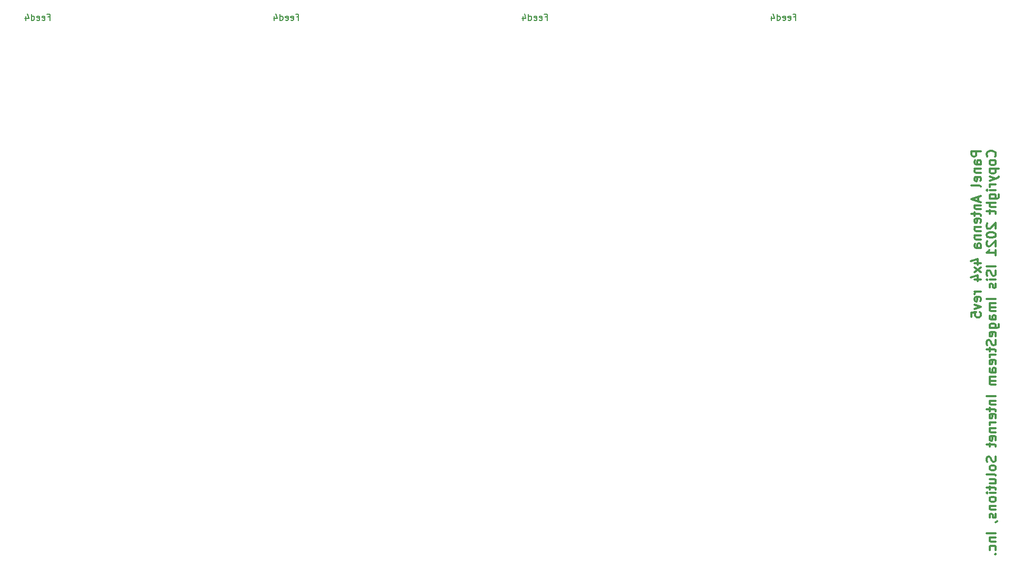
<source format=gbr>
G04 #@! TF.GenerationSoftware,KiCad,Pcbnew,5.99.0-unknown-64afa3a42e~128~ubuntu20.04.1*
G04 #@! TF.CreationDate,2021-05-28T16:02:49-05:00*
G04 #@! TF.ProjectId,Feeds,46656564-732e-46b6-9963-61645f706362,rev?*
G04 #@! TF.SameCoordinates,Original*
G04 #@! TF.FileFunction,Legend,Bot*
G04 #@! TF.FilePolarity,Positive*
%FSLAX46Y46*%
G04 Gerber Fmt 4.6, Leading zero omitted, Abs format (unit mm)*
G04 Created by KiCad (PCBNEW 5.99.0-unknown-64afa3a42e~128~ubuntu20.04.1) date 2021-05-28 16:02:49*
%MOMM*%
%LPD*%
G01*
G04 APERTURE LIST*
%ADD10C,0.300000*%
%ADD11C,0.150000*%
G04 APERTURE END LIST*
D10*
X179455471Y-137915342D02*
X177955471Y-137915342D01*
X177955471Y-138486771D01*
X178026900Y-138629628D01*
X178098328Y-138701057D01*
X178241185Y-138772485D01*
X178455471Y-138772485D01*
X178598328Y-138701057D01*
X178669757Y-138629628D01*
X178741185Y-138486771D01*
X178741185Y-137915342D01*
X179455471Y-140058200D02*
X178669757Y-140058200D01*
X178526900Y-139986771D01*
X178455471Y-139843914D01*
X178455471Y-139558200D01*
X178526900Y-139415342D01*
X179384042Y-140058200D02*
X179455471Y-139915342D01*
X179455471Y-139558200D01*
X179384042Y-139415342D01*
X179241185Y-139343914D01*
X179098328Y-139343914D01*
X178955471Y-139415342D01*
X178884042Y-139558200D01*
X178884042Y-139915342D01*
X178812614Y-140058200D01*
X178455471Y-140772485D02*
X179455471Y-140772485D01*
X178598328Y-140772485D02*
X178526900Y-140843914D01*
X178455471Y-140986771D01*
X178455471Y-141201057D01*
X178526900Y-141343914D01*
X178669757Y-141415342D01*
X179455471Y-141415342D01*
X179384042Y-142701057D02*
X179455471Y-142558200D01*
X179455471Y-142272485D01*
X179384042Y-142129628D01*
X179241185Y-142058200D01*
X178669757Y-142058200D01*
X178526900Y-142129628D01*
X178455471Y-142272485D01*
X178455471Y-142558200D01*
X178526900Y-142701057D01*
X178669757Y-142772485D01*
X178812614Y-142772485D01*
X178955471Y-142058200D01*
X179455471Y-143629628D02*
X179384042Y-143486771D01*
X179241185Y-143415342D01*
X177955471Y-143415342D01*
X179026900Y-145272485D02*
X179026900Y-145986771D01*
X179455471Y-145129628D02*
X177955471Y-145629628D01*
X179455471Y-146129628D01*
X178455471Y-146629628D02*
X179455471Y-146629628D01*
X178598328Y-146629628D02*
X178526900Y-146701057D01*
X178455471Y-146843914D01*
X178455471Y-147058200D01*
X178526900Y-147201057D01*
X178669757Y-147272485D01*
X179455471Y-147272485D01*
X178455471Y-147772485D02*
X178455471Y-148343914D01*
X177955471Y-147986771D02*
X179241185Y-147986771D01*
X179384042Y-148058200D01*
X179455471Y-148201057D01*
X179455471Y-148343914D01*
X179384042Y-149415342D02*
X179455471Y-149272485D01*
X179455471Y-148986771D01*
X179384042Y-148843914D01*
X179241185Y-148772485D01*
X178669757Y-148772485D01*
X178526900Y-148843914D01*
X178455471Y-148986771D01*
X178455471Y-149272485D01*
X178526900Y-149415342D01*
X178669757Y-149486771D01*
X178812614Y-149486771D01*
X178955471Y-148772485D01*
X178455471Y-150129628D02*
X179455471Y-150129628D01*
X178598328Y-150129628D02*
X178526900Y-150201057D01*
X178455471Y-150343914D01*
X178455471Y-150558200D01*
X178526900Y-150701057D01*
X178669757Y-150772485D01*
X179455471Y-150772485D01*
X178455471Y-151486771D02*
X179455471Y-151486771D01*
X178598328Y-151486771D02*
X178526900Y-151558200D01*
X178455471Y-151701057D01*
X178455471Y-151915342D01*
X178526900Y-152058200D01*
X178669757Y-152129628D01*
X179455471Y-152129628D01*
X179455471Y-153486771D02*
X178669757Y-153486771D01*
X178526900Y-153415342D01*
X178455471Y-153272485D01*
X178455471Y-152986771D01*
X178526900Y-152843914D01*
X179384042Y-153486771D02*
X179455471Y-153343914D01*
X179455471Y-152986771D01*
X179384042Y-152843914D01*
X179241185Y-152772485D01*
X179098328Y-152772485D01*
X178955471Y-152843914D01*
X178884042Y-152986771D01*
X178884042Y-153343914D01*
X178812614Y-153486771D01*
X178455471Y-155986771D02*
X179455471Y-155986771D01*
X177884042Y-155629628D02*
X178955471Y-155272485D01*
X178955471Y-156201057D01*
X179455471Y-156629628D02*
X178455471Y-157415342D01*
X178455471Y-156629628D02*
X179455471Y-157415342D01*
X178455471Y-158629628D02*
X179455471Y-158629628D01*
X177884042Y-158272485D02*
X178955471Y-157915342D01*
X178955471Y-158843914D01*
X179455471Y-160558200D02*
X178455471Y-160558200D01*
X178741185Y-160558200D02*
X178598328Y-160629628D01*
X178526900Y-160701057D01*
X178455471Y-160843914D01*
X178455471Y-160986771D01*
X179384042Y-162058200D02*
X179455471Y-161915342D01*
X179455471Y-161629628D01*
X179384042Y-161486771D01*
X179241185Y-161415342D01*
X178669757Y-161415342D01*
X178526900Y-161486771D01*
X178455471Y-161629628D01*
X178455471Y-161915342D01*
X178526900Y-162058200D01*
X178669757Y-162129628D01*
X178812614Y-162129628D01*
X178955471Y-161415342D01*
X178455471Y-162629628D02*
X179455471Y-162986771D01*
X178455471Y-163343914D01*
X177955471Y-164629628D02*
X177955471Y-163915342D01*
X178669757Y-163843914D01*
X178598328Y-163915342D01*
X178526900Y-164058200D01*
X178526900Y-164415342D01*
X178598328Y-164558200D01*
X178669757Y-164629628D01*
X178812614Y-164701057D01*
X179169757Y-164701057D01*
X179312614Y-164629628D01*
X179384042Y-164558200D01*
X179455471Y-164415342D01*
X179455471Y-164058200D01*
X179384042Y-163915342D01*
X179312614Y-163843914D01*
X181727614Y-138772485D02*
X181799042Y-138701057D01*
X181870471Y-138486771D01*
X181870471Y-138343914D01*
X181799042Y-138129628D01*
X181656185Y-137986771D01*
X181513328Y-137915342D01*
X181227614Y-137843914D01*
X181013328Y-137843914D01*
X180727614Y-137915342D01*
X180584757Y-137986771D01*
X180441900Y-138129628D01*
X180370471Y-138343914D01*
X180370471Y-138486771D01*
X180441900Y-138701057D01*
X180513328Y-138772485D01*
X181870471Y-139629628D02*
X181799042Y-139486771D01*
X181727614Y-139415342D01*
X181584757Y-139343914D01*
X181156185Y-139343914D01*
X181013328Y-139415342D01*
X180941900Y-139486771D01*
X180870471Y-139629628D01*
X180870471Y-139843914D01*
X180941900Y-139986771D01*
X181013328Y-140058200D01*
X181156185Y-140129628D01*
X181584757Y-140129628D01*
X181727614Y-140058200D01*
X181799042Y-139986771D01*
X181870471Y-139843914D01*
X181870471Y-139629628D01*
X180870471Y-140772485D02*
X182370471Y-140772485D01*
X180941900Y-140772485D02*
X180870471Y-140915342D01*
X180870471Y-141201057D01*
X180941900Y-141343914D01*
X181013328Y-141415342D01*
X181156185Y-141486771D01*
X181584757Y-141486771D01*
X181727614Y-141415342D01*
X181799042Y-141343914D01*
X181870471Y-141201057D01*
X181870471Y-140915342D01*
X181799042Y-140772485D01*
X180870471Y-141986771D02*
X181870471Y-142343914D01*
X180870471Y-142701057D02*
X181870471Y-142343914D01*
X182227614Y-142201057D01*
X182299042Y-142129628D01*
X182370471Y-141986771D01*
X181870471Y-143272485D02*
X180870471Y-143272485D01*
X181156185Y-143272485D02*
X181013328Y-143343914D01*
X180941900Y-143415342D01*
X180870471Y-143558200D01*
X180870471Y-143701057D01*
X181870471Y-144201057D02*
X180870471Y-144201057D01*
X180370471Y-144201057D02*
X180441900Y-144129628D01*
X180513328Y-144201057D01*
X180441900Y-144272485D01*
X180370471Y-144201057D01*
X180513328Y-144201057D01*
X180870471Y-145558200D02*
X182084757Y-145558200D01*
X182227614Y-145486771D01*
X182299042Y-145415342D01*
X182370471Y-145272485D01*
X182370471Y-145058200D01*
X182299042Y-144915342D01*
X181799042Y-145558200D02*
X181870471Y-145415342D01*
X181870471Y-145129628D01*
X181799042Y-144986771D01*
X181727614Y-144915342D01*
X181584757Y-144843914D01*
X181156185Y-144843914D01*
X181013328Y-144915342D01*
X180941900Y-144986771D01*
X180870471Y-145129628D01*
X180870471Y-145415342D01*
X180941900Y-145558200D01*
X181870471Y-146272485D02*
X180370471Y-146272485D01*
X181870471Y-146915342D02*
X181084757Y-146915342D01*
X180941900Y-146843914D01*
X180870471Y-146701057D01*
X180870471Y-146486771D01*
X180941900Y-146343914D01*
X181013328Y-146272485D01*
X180870471Y-147415342D02*
X180870471Y-147986771D01*
X180370471Y-147629628D02*
X181656185Y-147629628D01*
X181799042Y-147701057D01*
X181870471Y-147843914D01*
X181870471Y-147986771D01*
X180513328Y-149558200D02*
X180441900Y-149629628D01*
X180370471Y-149772485D01*
X180370471Y-150129628D01*
X180441900Y-150272485D01*
X180513328Y-150343914D01*
X180656185Y-150415342D01*
X180799042Y-150415342D01*
X181013328Y-150343914D01*
X181870471Y-149486771D01*
X181870471Y-150415342D01*
X180370471Y-151343914D02*
X180370471Y-151486771D01*
X180441900Y-151629628D01*
X180513328Y-151701057D01*
X180656185Y-151772485D01*
X180941900Y-151843914D01*
X181299042Y-151843914D01*
X181584757Y-151772485D01*
X181727614Y-151701057D01*
X181799042Y-151629628D01*
X181870471Y-151486771D01*
X181870471Y-151343914D01*
X181799042Y-151201057D01*
X181727614Y-151129628D01*
X181584757Y-151058200D01*
X181299042Y-150986771D01*
X180941900Y-150986771D01*
X180656185Y-151058200D01*
X180513328Y-151129628D01*
X180441900Y-151201057D01*
X180370471Y-151343914D01*
X180513328Y-152415342D02*
X180441900Y-152486771D01*
X180370471Y-152629628D01*
X180370471Y-152986771D01*
X180441900Y-153129628D01*
X180513328Y-153201057D01*
X180656185Y-153272485D01*
X180799042Y-153272485D01*
X181013328Y-153201057D01*
X181870471Y-152343914D01*
X181870471Y-153272485D01*
X181870471Y-154701057D02*
X181870471Y-153843914D01*
X181870471Y-154272485D02*
X180370471Y-154272485D01*
X180584757Y-154129628D01*
X180727614Y-153986771D01*
X180799042Y-153843914D01*
X181870471Y-156486771D02*
X180370471Y-156486771D01*
X181799042Y-157129628D02*
X181870471Y-157343914D01*
X181870471Y-157701057D01*
X181799042Y-157843914D01*
X181727614Y-157915342D01*
X181584757Y-157986771D01*
X181441900Y-157986771D01*
X181299042Y-157915342D01*
X181227614Y-157843914D01*
X181156185Y-157701057D01*
X181084757Y-157415342D01*
X181013328Y-157272485D01*
X180941900Y-157201057D01*
X180799042Y-157129628D01*
X180656185Y-157129628D01*
X180513328Y-157201057D01*
X180441900Y-157272485D01*
X180370471Y-157415342D01*
X180370471Y-157772485D01*
X180441900Y-157986771D01*
X181870471Y-158629628D02*
X180870471Y-158629628D01*
X180370471Y-158629628D02*
X180441900Y-158558200D01*
X180513328Y-158629628D01*
X180441900Y-158701057D01*
X180370471Y-158629628D01*
X180513328Y-158629628D01*
X181799042Y-159272485D02*
X181870471Y-159415342D01*
X181870471Y-159701057D01*
X181799042Y-159843914D01*
X181656185Y-159915342D01*
X181584757Y-159915342D01*
X181441900Y-159843914D01*
X181370471Y-159701057D01*
X181370471Y-159486771D01*
X181299042Y-159343914D01*
X181156185Y-159272485D01*
X181084757Y-159272485D01*
X180941900Y-159343914D01*
X180870471Y-159486771D01*
X180870471Y-159701057D01*
X180941900Y-159843914D01*
X181870471Y-161701057D02*
X180370471Y-161701057D01*
X181870471Y-162415342D02*
X180870471Y-162415342D01*
X181013328Y-162415342D02*
X180941900Y-162486771D01*
X180870471Y-162629628D01*
X180870471Y-162843914D01*
X180941900Y-162986771D01*
X181084757Y-163058200D01*
X181870471Y-163058200D01*
X181084757Y-163058200D02*
X180941900Y-163129628D01*
X180870471Y-163272485D01*
X180870471Y-163486771D01*
X180941900Y-163629628D01*
X181084757Y-163701057D01*
X181870471Y-163701057D01*
X181870471Y-165058200D02*
X181084757Y-165058200D01*
X180941900Y-164986771D01*
X180870471Y-164843914D01*
X180870471Y-164558200D01*
X180941900Y-164415342D01*
X181799042Y-165058200D02*
X181870471Y-164915342D01*
X181870471Y-164558200D01*
X181799042Y-164415342D01*
X181656185Y-164343914D01*
X181513328Y-164343914D01*
X181370471Y-164415342D01*
X181299042Y-164558200D01*
X181299042Y-164915342D01*
X181227614Y-165058200D01*
X180870471Y-166415342D02*
X182084757Y-166415342D01*
X182227614Y-166343914D01*
X182299042Y-166272485D01*
X182370471Y-166129628D01*
X182370471Y-165915342D01*
X182299042Y-165772485D01*
X181799042Y-166415342D02*
X181870471Y-166272485D01*
X181870471Y-165986771D01*
X181799042Y-165843914D01*
X181727614Y-165772485D01*
X181584757Y-165701057D01*
X181156185Y-165701057D01*
X181013328Y-165772485D01*
X180941900Y-165843914D01*
X180870471Y-165986771D01*
X180870471Y-166272485D01*
X180941900Y-166415342D01*
X181799042Y-167701057D02*
X181870471Y-167558200D01*
X181870471Y-167272485D01*
X181799042Y-167129628D01*
X181656185Y-167058200D01*
X181084757Y-167058200D01*
X180941900Y-167129628D01*
X180870471Y-167272485D01*
X180870471Y-167558200D01*
X180941900Y-167701057D01*
X181084757Y-167772485D01*
X181227614Y-167772485D01*
X181370471Y-167058200D01*
X181799042Y-168343914D02*
X181870471Y-168558200D01*
X181870471Y-168915342D01*
X181799042Y-169058200D01*
X181727614Y-169129628D01*
X181584757Y-169201057D01*
X181441900Y-169201057D01*
X181299042Y-169129628D01*
X181227614Y-169058200D01*
X181156185Y-168915342D01*
X181084757Y-168629628D01*
X181013328Y-168486771D01*
X180941900Y-168415342D01*
X180799042Y-168343914D01*
X180656185Y-168343914D01*
X180513328Y-168415342D01*
X180441900Y-168486771D01*
X180370471Y-168629628D01*
X180370471Y-168986771D01*
X180441900Y-169201057D01*
X180870471Y-169629628D02*
X180870471Y-170201057D01*
X180370471Y-169843914D02*
X181656185Y-169843914D01*
X181799042Y-169915342D01*
X181870471Y-170058200D01*
X181870471Y-170201057D01*
X181870471Y-170701057D02*
X180870471Y-170701057D01*
X181156185Y-170701057D02*
X181013328Y-170772485D01*
X180941900Y-170843914D01*
X180870471Y-170986771D01*
X180870471Y-171129628D01*
X181799042Y-172201057D02*
X181870471Y-172058200D01*
X181870471Y-171772485D01*
X181799042Y-171629628D01*
X181656185Y-171558200D01*
X181084757Y-171558200D01*
X180941900Y-171629628D01*
X180870471Y-171772485D01*
X180870471Y-172058200D01*
X180941900Y-172201057D01*
X181084757Y-172272485D01*
X181227614Y-172272485D01*
X181370471Y-171558200D01*
X181870471Y-173558200D02*
X181084757Y-173558200D01*
X180941900Y-173486771D01*
X180870471Y-173343914D01*
X180870471Y-173058200D01*
X180941900Y-172915342D01*
X181799042Y-173558200D02*
X181870471Y-173415342D01*
X181870471Y-173058200D01*
X181799042Y-172915342D01*
X181656185Y-172843914D01*
X181513328Y-172843914D01*
X181370471Y-172915342D01*
X181299042Y-173058200D01*
X181299042Y-173415342D01*
X181227614Y-173558200D01*
X181870471Y-174272485D02*
X180870471Y-174272485D01*
X181013328Y-174272485D02*
X180941900Y-174343914D01*
X180870471Y-174486771D01*
X180870471Y-174701057D01*
X180941900Y-174843914D01*
X181084757Y-174915342D01*
X181870471Y-174915342D01*
X181084757Y-174915342D02*
X180941900Y-174986771D01*
X180870471Y-175129628D01*
X180870471Y-175343914D01*
X180941900Y-175486771D01*
X181084757Y-175558200D01*
X181870471Y-175558200D01*
X181870471Y-177415342D02*
X180370471Y-177415342D01*
X180870471Y-178129628D02*
X181870471Y-178129628D01*
X181013328Y-178129628D02*
X180941900Y-178201057D01*
X180870471Y-178343914D01*
X180870471Y-178558200D01*
X180941900Y-178701057D01*
X181084757Y-178772485D01*
X181870471Y-178772485D01*
X180870471Y-179272485D02*
X180870471Y-179843914D01*
X180370471Y-179486771D02*
X181656185Y-179486771D01*
X181799042Y-179558200D01*
X181870471Y-179701057D01*
X181870471Y-179843914D01*
X181799042Y-180915342D02*
X181870471Y-180772485D01*
X181870471Y-180486771D01*
X181799042Y-180343914D01*
X181656185Y-180272485D01*
X181084757Y-180272485D01*
X180941900Y-180343914D01*
X180870471Y-180486771D01*
X180870471Y-180772485D01*
X180941900Y-180915342D01*
X181084757Y-180986771D01*
X181227614Y-180986771D01*
X181370471Y-180272485D01*
X181870471Y-181629628D02*
X180870471Y-181629628D01*
X181156185Y-181629628D02*
X181013328Y-181701057D01*
X180941900Y-181772485D01*
X180870471Y-181915342D01*
X180870471Y-182058200D01*
X180870471Y-182558200D02*
X181870471Y-182558200D01*
X181013328Y-182558200D02*
X180941900Y-182629628D01*
X180870471Y-182772485D01*
X180870471Y-182986771D01*
X180941900Y-183129628D01*
X181084757Y-183201057D01*
X181870471Y-183201057D01*
X181799042Y-184486771D02*
X181870471Y-184343914D01*
X181870471Y-184058200D01*
X181799042Y-183915342D01*
X181656185Y-183843914D01*
X181084757Y-183843914D01*
X180941900Y-183915342D01*
X180870471Y-184058200D01*
X180870471Y-184343914D01*
X180941900Y-184486771D01*
X181084757Y-184558200D01*
X181227614Y-184558200D01*
X181370471Y-183843914D01*
X180870471Y-184986771D02*
X180870471Y-185558200D01*
X180370471Y-185201057D02*
X181656185Y-185201057D01*
X181799042Y-185272485D01*
X181870471Y-185415342D01*
X181870471Y-185558200D01*
X181799042Y-187129628D02*
X181870471Y-187343914D01*
X181870471Y-187701057D01*
X181799042Y-187843914D01*
X181727614Y-187915342D01*
X181584757Y-187986771D01*
X181441900Y-187986771D01*
X181299042Y-187915342D01*
X181227614Y-187843914D01*
X181156185Y-187701057D01*
X181084757Y-187415342D01*
X181013328Y-187272485D01*
X180941900Y-187201057D01*
X180799042Y-187129628D01*
X180656185Y-187129628D01*
X180513328Y-187201057D01*
X180441900Y-187272485D01*
X180370471Y-187415342D01*
X180370471Y-187772485D01*
X180441900Y-187986771D01*
X181870471Y-188843914D02*
X181799042Y-188701057D01*
X181727614Y-188629628D01*
X181584757Y-188558200D01*
X181156185Y-188558200D01*
X181013328Y-188629628D01*
X180941900Y-188701057D01*
X180870471Y-188843914D01*
X180870471Y-189058200D01*
X180941900Y-189201057D01*
X181013328Y-189272485D01*
X181156185Y-189343914D01*
X181584757Y-189343914D01*
X181727614Y-189272485D01*
X181799042Y-189201057D01*
X181870471Y-189058200D01*
X181870471Y-188843914D01*
X181870471Y-190201057D02*
X181799042Y-190058200D01*
X181656185Y-189986771D01*
X180370471Y-189986771D01*
X180870471Y-191415342D02*
X181870471Y-191415342D01*
X180870471Y-190772485D02*
X181656185Y-190772485D01*
X181799042Y-190843914D01*
X181870471Y-190986771D01*
X181870471Y-191201057D01*
X181799042Y-191343914D01*
X181727614Y-191415342D01*
X180870471Y-191915342D02*
X180870471Y-192486771D01*
X180370471Y-192129628D02*
X181656185Y-192129628D01*
X181799042Y-192201057D01*
X181870471Y-192343914D01*
X181870471Y-192486771D01*
X181870471Y-192986771D02*
X180870471Y-192986771D01*
X180370471Y-192986771D02*
X180441900Y-192915342D01*
X180513328Y-192986771D01*
X180441900Y-193058200D01*
X180370471Y-192986771D01*
X180513328Y-192986771D01*
X181870471Y-193915342D02*
X181799042Y-193772485D01*
X181727614Y-193701057D01*
X181584757Y-193629628D01*
X181156185Y-193629628D01*
X181013328Y-193701057D01*
X180941900Y-193772485D01*
X180870471Y-193915342D01*
X180870471Y-194129628D01*
X180941900Y-194272485D01*
X181013328Y-194343914D01*
X181156185Y-194415342D01*
X181584757Y-194415342D01*
X181727614Y-194343914D01*
X181799042Y-194272485D01*
X181870471Y-194129628D01*
X181870471Y-193915342D01*
X180870471Y-195058200D02*
X181870471Y-195058200D01*
X181013328Y-195058200D02*
X180941900Y-195129628D01*
X180870471Y-195272485D01*
X180870471Y-195486771D01*
X180941900Y-195629628D01*
X181084757Y-195701057D01*
X181870471Y-195701057D01*
X181799042Y-196343914D02*
X181870471Y-196486771D01*
X181870471Y-196772485D01*
X181799042Y-196915342D01*
X181656185Y-196986771D01*
X181584757Y-196986771D01*
X181441900Y-196915342D01*
X181370471Y-196772485D01*
X181370471Y-196558200D01*
X181299042Y-196415342D01*
X181156185Y-196343914D01*
X181084757Y-196343914D01*
X180941900Y-196415342D01*
X180870471Y-196558200D01*
X180870471Y-196772485D01*
X180941900Y-196915342D01*
X181799042Y-197701057D02*
X181870471Y-197701057D01*
X182013328Y-197629628D01*
X182084757Y-197558200D01*
X181870471Y-199486771D02*
X180370471Y-199486771D01*
X180870471Y-200201057D02*
X181870471Y-200201057D01*
X181013328Y-200201057D02*
X180941900Y-200272485D01*
X180870471Y-200415342D01*
X180870471Y-200629628D01*
X180941900Y-200772485D01*
X181084757Y-200843914D01*
X181870471Y-200843914D01*
X181799042Y-202201057D02*
X181870471Y-202058200D01*
X181870471Y-201772485D01*
X181799042Y-201629628D01*
X181727614Y-201558200D01*
X181584757Y-201486771D01*
X181156185Y-201486771D01*
X181013328Y-201558200D01*
X180941900Y-201629628D01*
X180870471Y-201772485D01*
X180870471Y-202058200D01*
X180941900Y-202201057D01*
X181727614Y-202843914D02*
X181799042Y-202915342D01*
X181870471Y-202843914D01*
X181799042Y-202772485D01*
X181727614Y-202843914D01*
X181870471Y-202843914D01*
D11*
G04 #@! TO.C,Feed4*
X109355986Y-116296071D02*
X109689319Y-116296071D01*
X109689319Y-116819880D02*
X109689319Y-115819880D01*
X109213129Y-115819880D01*
X108451224Y-116772261D02*
X108546462Y-116819880D01*
X108736938Y-116819880D01*
X108832176Y-116772261D01*
X108879795Y-116677023D01*
X108879795Y-116296071D01*
X108832176Y-116200833D01*
X108736938Y-116153214D01*
X108546462Y-116153214D01*
X108451224Y-116200833D01*
X108403605Y-116296071D01*
X108403605Y-116391309D01*
X108879795Y-116486547D01*
X107594081Y-116772261D02*
X107689319Y-116819880D01*
X107879795Y-116819880D01*
X107975033Y-116772261D01*
X108022652Y-116677023D01*
X108022652Y-116296071D01*
X107975033Y-116200833D01*
X107879795Y-116153214D01*
X107689319Y-116153214D01*
X107594081Y-116200833D01*
X107546462Y-116296071D01*
X107546462Y-116391309D01*
X108022652Y-116486547D01*
X106689319Y-116819880D02*
X106689319Y-115819880D01*
X106689319Y-116772261D02*
X106784557Y-116819880D01*
X106975033Y-116819880D01*
X107070271Y-116772261D01*
X107117890Y-116724642D01*
X107165509Y-116629404D01*
X107165509Y-116343690D01*
X107117890Y-116248452D01*
X107070271Y-116200833D01*
X106975033Y-116153214D01*
X106784557Y-116153214D01*
X106689319Y-116200833D01*
X105784557Y-116153214D02*
X105784557Y-116819880D01*
X106022652Y-115772261D02*
X106260748Y-116486547D01*
X105641700Y-116486547D01*
X69355986Y-116296071D02*
X69689319Y-116296071D01*
X69689319Y-116819880D02*
X69689319Y-115819880D01*
X69213129Y-115819880D01*
X68451224Y-116772261D02*
X68546462Y-116819880D01*
X68736938Y-116819880D01*
X68832176Y-116772261D01*
X68879795Y-116677023D01*
X68879795Y-116296071D01*
X68832176Y-116200833D01*
X68736938Y-116153214D01*
X68546462Y-116153214D01*
X68451224Y-116200833D01*
X68403605Y-116296071D01*
X68403605Y-116391309D01*
X68879795Y-116486547D01*
X67594081Y-116772261D02*
X67689319Y-116819880D01*
X67879795Y-116819880D01*
X67975033Y-116772261D01*
X68022652Y-116677023D01*
X68022652Y-116296071D01*
X67975033Y-116200833D01*
X67879795Y-116153214D01*
X67689319Y-116153214D01*
X67594081Y-116200833D01*
X67546462Y-116296071D01*
X67546462Y-116391309D01*
X68022652Y-116486547D01*
X66689319Y-116819880D02*
X66689319Y-115819880D01*
X66689319Y-116772261D02*
X66784557Y-116819880D01*
X66975033Y-116819880D01*
X67070271Y-116772261D01*
X67117890Y-116724642D01*
X67165509Y-116629404D01*
X67165509Y-116343690D01*
X67117890Y-116248452D01*
X67070271Y-116200833D01*
X66975033Y-116153214D01*
X66784557Y-116153214D01*
X66689319Y-116200833D01*
X65784557Y-116153214D02*
X65784557Y-116819880D01*
X66022652Y-115772261D02*
X66260748Y-116486547D01*
X65641700Y-116486547D01*
X149355986Y-116296071D02*
X149689319Y-116296071D01*
X149689319Y-116819880D02*
X149689319Y-115819880D01*
X149213129Y-115819880D01*
X148451224Y-116772261D02*
X148546462Y-116819880D01*
X148736938Y-116819880D01*
X148832176Y-116772261D01*
X148879795Y-116677023D01*
X148879795Y-116296071D01*
X148832176Y-116200833D01*
X148736938Y-116153214D01*
X148546462Y-116153214D01*
X148451224Y-116200833D01*
X148403605Y-116296071D01*
X148403605Y-116391309D01*
X148879795Y-116486547D01*
X147594081Y-116772261D02*
X147689319Y-116819880D01*
X147879795Y-116819880D01*
X147975033Y-116772261D01*
X148022652Y-116677023D01*
X148022652Y-116296071D01*
X147975033Y-116200833D01*
X147879795Y-116153214D01*
X147689319Y-116153214D01*
X147594081Y-116200833D01*
X147546462Y-116296071D01*
X147546462Y-116391309D01*
X148022652Y-116486547D01*
X146689319Y-116819880D02*
X146689319Y-115819880D01*
X146689319Y-116772261D02*
X146784557Y-116819880D01*
X146975033Y-116819880D01*
X147070271Y-116772261D01*
X147117890Y-116724642D01*
X147165509Y-116629404D01*
X147165509Y-116343690D01*
X147117890Y-116248452D01*
X147070271Y-116200833D01*
X146975033Y-116153214D01*
X146784557Y-116153214D01*
X146689319Y-116200833D01*
X145784557Y-116153214D02*
X145784557Y-116819880D01*
X146022652Y-115772261D02*
X146260748Y-116486547D01*
X145641700Y-116486547D01*
X29355986Y-116296071D02*
X29689319Y-116296071D01*
X29689319Y-116819880D02*
X29689319Y-115819880D01*
X29213129Y-115819880D01*
X28451224Y-116772261D02*
X28546462Y-116819880D01*
X28736938Y-116819880D01*
X28832176Y-116772261D01*
X28879795Y-116677023D01*
X28879795Y-116296071D01*
X28832176Y-116200833D01*
X28736938Y-116153214D01*
X28546462Y-116153214D01*
X28451224Y-116200833D01*
X28403605Y-116296071D01*
X28403605Y-116391309D01*
X28879795Y-116486547D01*
X27594081Y-116772261D02*
X27689319Y-116819880D01*
X27879795Y-116819880D01*
X27975033Y-116772261D01*
X28022652Y-116677023D01*
X28022652Y-116296071D01*
X27975033Y-116200833D01*
X27879795Y-116153214D01*
X27689319Y-116153214D01*
X27594081Y-116200833D01*
X27546462Y-116296071D01*
X27546462Y-116391309D01*
X28022652Y-116486547D01*
X26689319Y-116819880D02*
X26689319Y-115819880D01*
X26689319Y-116772261D02*
X26784557Y-116819880D01*
X26975033Y-116819880D01*
X27070271Y-116772261D01*
X27117890Y-116724642D01*
X27165509Y-116629404D01*
X27165509Y-116343690D01*
X27117890Y-116248452D01*
X27070271Y-116200833D01*
X26975033Y-116153214D01*
X26784557Y-116153214D01*
X26689319Y-116200833D01*
X25784557Y-116153214D02*
X25784557Y-116819880D01*
X26022652Y-115772261D02*
X26260748Y-116486547D01*
X25641700Y-116486547D01*
G04 #@! TD*
M02*

</source>
